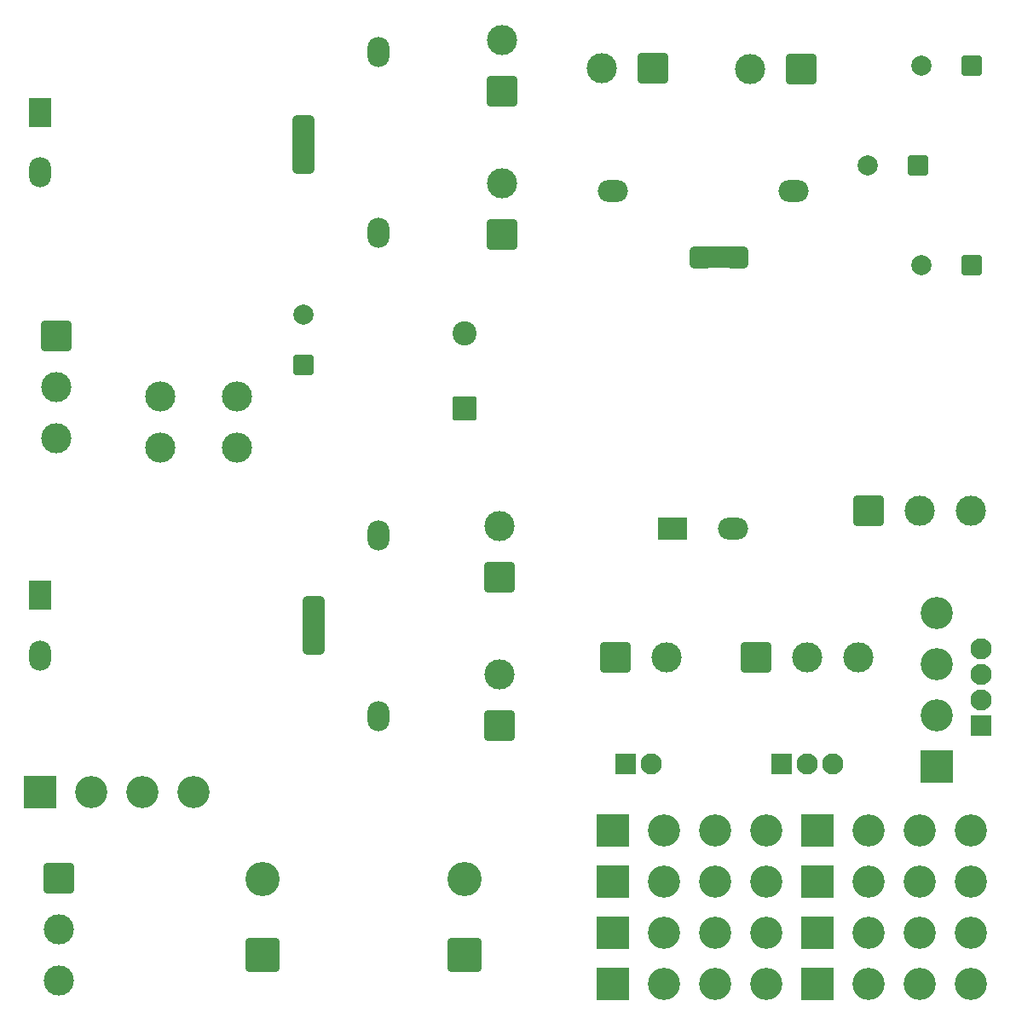
<source format=gbs>
%TF.GenerationSoftware,KiCad,Pcbnew,9.0.2*%
%TF.CreationDate,2025-06-27T09:26:43+02:00*%
%TF.ProjectId,led_driver_220v_p1,6c65645f-6472-4697-9665-725f32323076,rev?*%
%TF.SameCoordinates,Original*%
%TF.FileFunction,Soldermask,Bot*%
%TF.FilePolarity,Negative*%
%FSLAX46Y46*%
G04 Gerber Fmt 4.6, Leading zero omitted, Abs format (unit mm)*
G04 Created by KiCad (PCBNEW 9.0.2) date 2025-06-27 09:26:43*
%MOMM*%
%LPD*%
G01*
G04 APERTURE LIST*
G04 Aperture macros list*
%AMRoundRect*
0 Rectangle with rounded corners*
0 $1 Rounding radius*
0 $2 $3 $4 $5 $6 $7 $8 $9 X,Y pos of 4 corners*
0 Add a 4 corners polygon primitive as box body*
4,1,4,$2,$3,$4,$5,$6,$7,$8,$9,$2,$3,0*
0 Add four circle primitives for the rounded corners*
1,1,$1+$1,$2,$3*
1,1,$1+$1,$4,$5*
1,1,$1+$1,$6,$7*
1,1,$1+$1,$8,$9*
0 Add four rect primitives between the rounded corners*
20,1,$1+$1,$2,$3,$4,$5,0*
20,1,$1+$1,$4,$5,$6,$7,0*
20,1,$1+$1,$6,$7,$8,$9,0*
20,1,$1+$1,$8,$9,$2,$3,0*%
%AMFreePoly0*
4,1,23,0.910000,-1.100000,-0.400000,-1.100000,-0.400000,-1.095722,-0.477763,-1.095722,-0.603842,-1.061940,-0.716881,-0.996677,-0.809177,-0.904381,-0.874440,-0.791342,-0.908222,-0.665263,-0.908222,-0.600000,-0.910000,-0.600000,-0.910000,0.600000,-0.908222,0.600000,-0.908222,0.665263,-0.874440,0.791342,-0.809177,0.904381,-0.716881,0.996677,-0.603842,1.061940,-0.477763,1.095722,-0.400000,1.095722,
-0.400000,1.100000,0.910000,1.100000,0.910000,-1.100000,0.910000,-1.100000,$1*%
%AMFreePoly1*
4,1,23,0.410000,1.095722,0.475263,1.095722,0.601342,1.061940,0.714381,0.996677,0.806677,0.904381,0.871940,0.791342,0.905722,0.665263,0.905722,0.600000,0.910000,0.600000,0.910000,-0.600000,0.905722,-0.600000,0.905722,-0.665263,0.871940,-0.791342,0.806677,-0.904381,0.714381,-0.996677,0.601342,-1.061940,0.475263,-1.095722,0.410000,-1.095722,0.410000,-1.100000,-0.910000,-1.100000,
-0.910000,1.100000,0.410000,1.100000,0.410000,1.095722,0.410000,1.095722,$1*%
G04 Aperture macros list end*
%ADD10R,3.200000X3.200000*%
%ADD11C,3.200000*%
%ADD12R,2.200000X3.000000*%
%ADD13O,2.200000X3.000000*%
%ADD14RoundRect,0.288462X1.211538X1.211538X-1.211538X1.211538X-1.211538X-1.211538X1.211538X-1.211538X0*%
%ADD15C,3.000000*%
%ADD16R,2.100000X2.100000*%
%ADD17C,2.100000*%
%ADD18RoundRect,0.288462X-1.211538X-1.211538X1.211538X-1.211538X1.211538X1.211538X-1.211538X1.211538X0*%
%ADD19RoundRect,0.288462X-1.211538X1.211538X-1.211538X-1.211538X1.211538X-1.211538X1.211538X1.211538X0*%
%ADD20RoundRect,0.250000X0.750000X0.750000X-0.750000X0.750000X-0.750000X-0.750000X0.750000X-0.750000X0*%
%ADD21C,2.000000*%
%ADD22RoundRect,0.250001X0.949999X-0.949999X0.949999X0.949999X-0.949999X0.949999X-0.949999X-0.949999X0*%
%ADD23C,2.400000*%
%ADD24RoundRect,0.354168X1.345832X-1.345832X1.345832X1.345832X-1.345832X1.345832X-1.345832X-1.345832X0*%
%ADD25C,3.400000*%
%ADD26RoundRect,0.288462X1.211538X-1.211538X1.211538X1.211538X-1.211538X1.211538X-1.211538X-1.211538X0*%
%ADD27O,3.000000X3.000000*%
%ADD28RoundRect,0.250000X0.750000X-0.750000X0.750000X0.750000X-0.750000X0.750000X-0.750000X-0.750000X0*%
%ADD29R,3.000000X2.200000*%
%ADD30O,3.000000X2.200000*%
%ADD31FreePoly0,90.000000*%
%ADD32FreePoly1,90.000000*%
%ADD33FreePoly0,180.000000*%
%ADD34FreePoly1,180.000000*%
G04 APERTURE END LIST*
%TO.C,JP5*%
G36*
X81580000Y-54552000D02*
G01*
X79380000Y-54552000D01*
X79380000Y-52372000D01*
X81580000Y-52372000D01*
X81580000Y-54552000D01*
G37*
%TO.C,JP4*%
G36*
X122845000Y-63538000D02*
G01*
X120665000Y-63538000D01*
X120665000Y-65738000D01*
X122845000Y-65738000D01*
X122845000Y-63538000D01*
G37*
%TO.C,JP6*%
G36*
X82596000Y-102304000D02*
G01*
X80396000Y-102304000D01*
X80396000Y-100124000D01*
X82596000Y-100124000D01*
X82596000Y-102304000D01*
G37*
%TD*%
D10*
%TO.C,D9*%
X131534000Y-126614000D03*
D11*
X136614000Y-126614000D03*
X141694000Y-126614000D03*
X146774000Y-126614000D03*
%TD*%
D12*
%TO.C,PS2*%
X54319500Y-50245500D03*
D13*
X54319500Y-56245500D03*
X87919500Y-44245500D03*
X87919500Y-62245500D03*
%TD*%
D14*
%TO.C,J11*%
X115182000Y-45842000D03*
D15*
X110102000Y-45842000D03*
%TD*%
D16*
%TO.C,J20*%
X127978000Y-114930000D03*
D17*
X130518000Y-114930000D03*
X133058000Y-114930000D03*
%TD*%
D10*
%TO.C,D10*%
X131534000Y-131694000D03*
D11*
X136614000Y-131694000D03*
X141694000Y-131694000D03*
X146774000Y-131694000D03*
%TD*%
D10*
%TO.C,D5*%
X111214000Y-121534000D03*
D11*
X116294000Y-121534000D03*
X121374000Y-121534000D03*
X126454000Y-121534000D03*
%TD*%
D18*
%TO.C,J8*%
X136614000Y-89784000D03*
D15*
X141694000Y-89784000D03*
X146774000Y-89784000D03*
%TD*%
D19*
%TO.C,J9*%
X55928500Y-72507000D03*
D15*
X55928500Y-77587000D03*
X55928500Y-82667000D03*
%TD*%
D20*
%TO.C,C6*%
X146855677Y-45588000D03*
D21*
X141855677Y-45588000D03*
%TD*%
D18*
%TO.C,J19*%
X111468000Y-104389000D03*
D15*
X116548000Y-104389000D03*
%TD*%
D10*
%TO.C,D4*%
X54318000Y-117724000D03*
D11*
X59398000Y-117724000D03*
X64478000Y-117724000D03*
X69558000Y-117724000D03*
%TD*%
D22*
%TO.C,C7*%
X96482000Y-79677780D03*
D23*
X96482000Y-72177780D03*
%TD*%
D12*
%TO.C,PS3*%
X54319500Y-98245500D03*
D13*
X54319500Y-104245500D03*
X87919500Y-92245500D03*
X87919500Y-110245500D03*
%TD*%
D10*
%TO.C,D7*%
X111214000Y-131694000D03*
D11*
X116294000Y-131694000D03*
X121374000Y-131694000D03*
X126454000Y-131694000D03*
%TD*%
D10*
%TO.C,D8*%
X111214000Y-136774000D03*
D11*
X116294000Y-136774000D03*
X121374000Y-136774000D03*
X126454000Y-136774000D03*
%TD*%
D24*
%TO.C,C11*%
X76416000Y-133901780D03*
D25*
X76416000Y-126401780D03*
%TD*%
D18*
%TO.C,J18*%
X125418000Y-104429500D03*
D15*
X130498000Y-104429500D03*
X135578000Y-104429500D03*
%TD*%
D26*
%TO.C,J15*%
X99951500Y-96393000D03*
D15*
X99951500Y-91313000D03*
%TD*%
D10*
%TO.C,J1*%
X143345000Y-115184000D03*
D11*
X143345000Y-110104000D03*
X143345000Y-105024000D03*
X143345000Y-99944000D03*
%TD*%
D10*
%TO.C,D11*%
X131534000Y-136774000D03*
D11*
X136614000Y-136774000D03*
X141694000Y-136774000D03*
X146774000Y-136774000D03*
%TD*%
D24*
%TO.C,C8*%
X96482000Y-133901780D03*
D25*
X96482000Y-126401780D03*
%TD*%
D14*
%TO.C,J12*%
X129919000Y-45928500D03*
D15*
X124839000Y-45928500D03*
%TD*%
D26*
%TO.C,J16*%
X99951500Y-111125000D03*
D15*
X99951500Y-106045000D03*
%TD*%
D26*
%TO.C,J13*%
X100205500Y-48133000D03*
D15*
X100205500Y-43053000D03*
%TD*%
D10*
%TO.C,D1*%
X131534000Y-121534000D03*
D11*
X136614000Y-121534000D03*
X141694000Y-121534000D03*
X146774000Y-121534000D03*
%TD*%
D20*
%TO.C,C12*%
X146855677Y-65400000D03*
D21*
X141855677Y-65400000D03*
%TD*%
D16*
%TO.C,J21*%
X112460000Y-114930000D03*
D17*
X115000000Y-114930000D03*
%TD*%
D27*
%TO.C,D3*%
X73876000Y-83548000D03*
X73876000Y-78468000D03*
X66256000Y-78468000D03*
X66256000Y-83548000D03*
%TD*%
D28*
%TO.C,C10*%
X80480000Y-75387677D03*
D21*
X80480000Y-70387677D03*
%TD*%
D19*
%TO.C,J10*%
X56182500Y-126355000D03*
D15*
X56182500Y-131435000D03*
X56182500Y-136515000D03*
%TD*%
D26*
%TO.C,J14*%
X100205500Y-62352000D03*
D15*
X100205500Y-57272000D03*
%TD*%
D16*
%TO.C,J2*%
X147790000Y-111120000D03*
D17*
X147790000Y-108580000D03*
X147790000Y-106040000D03*
X147790000Y-103500000D03*
%TD*%
D20*
%TO.C,C9*%
X141521677Y-55494000D03*
D21*
X136521677Y-55494000D03*
%TD*%
D29*
%TO.C,PS1*%
X117152000Y-91634000D03*
D30*
X123152000Y-91634000D03*
X111152000Y-58034000D03*
X129152000Y-58034000D03*
%TD*%
D10*
%TO.C,D6*%
X111214000Y-126614000D03*
D11*
X116294000Y-126614000D03*
X121374000Y-126614000D03*
X126454000Y-126614000D03*
%TD*%
D31*
%TO.C,JP5*%
X80480000Y-55462000D03*
D32*
X80480000Y-51462000D03*
%TD*%
D33*
%TO.C,JP4*%
X123755000Y-64638000D03*
D34*
X119755000Y-64638000D03*
%TD*%
D31*
%TO.C,JP6*%
X81496000Y-103214000D03*
D32*
X81496000Y-99214000D03*
%TD*%
M02*

</source>
